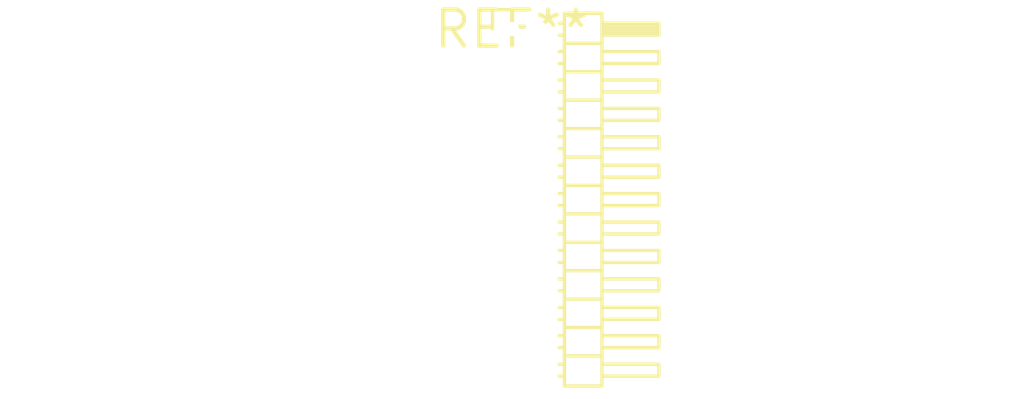
<source format=kicad_pcb>
(kicad_pcb (version 20240108) (generator pcbnew)
  (layers (0 "F.Cu" signal) (31 "B.Cu" signal) (34 "B.Paste" user) (35 "F.Paste" user) (36 "B.SilkS" user "B.Silkscreen") (37 "F.SilkS" user "F.Silkscreen") (38 "B.Mask" user) (39 "F.Mask" user) (44 "Edge.Cuts" user))
  (net 0 "")
  (footprint "PinHeader_2x13_P1.00mm_Horizontal" (layer "F.Cu") (at 0 0)
    (property "Reference" "REF**")
    (property "Value" "PinHeader_2x13_P1.00mm_Horizontal")
    (fp_line (start -0.685 -0.685) (end 0 -0.685) (layer "F.SilkS") (stroke (width 0.12)))
    (fp_line (start -0.685 0) (end -0.685 -0.685) (layer "F.SilkS") (stroke (width 0.12)))
    (fp_line (start 1.652016 -0.21) (end 1.84 -0.21) (layer "F.SilkS") (stroke (width 0.12)))
    (fp_line (start 1.652016 0.21) (end 1.84 0.21) (layer "F.SilkS") (stroke (width 0.12)))
    (fp_line (start 1.652016 0.79) (end 1.84 0.79) (layer "F.SilkS") (stroke (width 0.12)))
    (fp_line (start 1.652016 1.21) (end 1.84 1.21) (layer "F.SilkS") (stroke (width 0.12)))
    (fp_line (start 1.652016 1.79) (end 1.84 1.79) (layer "F.SilkS") (stroke (width 0.12)))
    (fp_line (start 1.652016 2.21) (end 1.84 2.21) (layer "F.SilkS") (stroke (width 0.12)))
    (fp_line (start 1.652016 2.79) (end 1.84 2.79) (layer "F.SilkS") (stroke (width 0.12)))
    (fp_line (start 1.652016 3.21) (end 1.84 3.21) (layer "F.SilkS") (stroke (width 0.12)))
    (fp_line (start 1.652016 3.79) (end 1.84 3.79) (layer "F.SilkS") (stroke (width 0.12)))
    (fp_line (start 1.652016 4.21) (end 1.84 4.21) (layer "F.SilkS") (stroke (width 0.12)))
    (fp_line (start 1.652016 4.79) (end 1.84 4.79) (layer "F.SilkS") (stroke (width 0.12)))
    (fp_line (start 1.652016 5.21) (end 1.84 5.21) (layer "F.SilkS") (stroke (width 0.12)))
    (fp_line (start 1.652016 5.79) (end 1.84 5.79) (layer "F.SilkS") (stroke (width 0.12)))
    (fp_line (start 1.652016 6.21) (end 1.84 6.21) (layer "F.SilkS") (stroke (width 0.12)))
    (fp_line (start 1.652016 6.79) (end 1.84 6.79) (layer "F.SilkS") (stroke (width 0.12)))
    (fp_line (start 1.652016 7.21) (end 1.84 7.21) (layer "F.SilkS") (stroke (width 0.12)))
    (fp_line (start 1.652016 7.79) (end 1.84 7.79) (layer "F.SilkS") (stroke (width 0.12)))
    (fp_line (start 1.652016 8.21) (end 1.84 8.21) (layer "F.SilkS") (stroke (width 0.12)))
    (fp_line (start 1.652016 8.79) (end 1.84 8.79) (layer "F.SilkS") (stroke (width 0.12)))
    (fp_line (start 1.652016 9.21) (end 1.84 9.21) (layer "F.SilkS") (stroke (width 0.12)))
    (fp_line (start 1.652016 9.79) (end 1.84 9.79) (layer "F.SilkS") (stroke (width 0.12)))
    (fp_line (start 1.652016 10.21) (end 1.84 10.21) (layer "F.SilkS") (stroke (width 0.12)))
    (fp_line (start 1.652016 10.79) (end 1.84 10.79) (layer "F.SilkS") (stroke (width 0.12)))
    (fp_line (start 1.652016 11.21) (end 1.84 11.21) (layer "F.SilkS") (stroke (width 0.12)))
    (fp_line (start 1.652016 11.79) (end 1.84 11.79) (layer "F.SilkS") (stroke (width 0.12)))
    (fp_line (start 1.652016 12.21) (end 1.84 12.21) (layer "F.SilkS") (stroke (width 0.12)))
    (fp_line (start 1.84 -0.56) (end 1.84 12.56) (layer "F.SilkS") (stroke (width 0.12)))
    (fp_line (start 1.84 0.5) (end 3.16 0.5) (layer "F.SilkS") (stroke (width 0.12)))
    (fp_line (start 1.84 1.5) (end 3.16 1.5) (layer "F.SilkS") (stroke (width 0.12)))
    (fp_line (start 1.84 2.5) (end 3.16 2.5) (layer "F.SilkS") (stroke (width 0.12)))
    (fp_line (start 1.84 3.5) (end 3.16 3.5) (layer "F.SilkS") (stroke (width 0.12)))
    (fp_line (start 1.84 4.5) (end 3.16 4.5) (layer "F.SilkS") (stroke (width 0.12)))
    (fp_line (start 1.84 5.5) (end 3.16 5.5) (layer "F.SilkS") (stroke (width 0.12)))
    (fp_line (start 1.84 6.5) (end 3.16 6.5) (layer "F.SilkS") (stroke (width 0.12)))
    (fp_line (start 1.84 7.5) (end 3.16 7.5) (layer "F.SilkS") (stroke (width 0.12)))
    (fp_line (start 1.84 8.5) (end 3.16 8.5) (layer "F.SilkS") (stroke (width 0.12)))
    (fp_line (start 1.84 9.5) (end 3.16 9.5) (layer "F.SilkS") (stroke (width 0.12)))
    (fp_line (start 1.84 10.5) (end 3.16 10.5) (layer "F.SilkS") (stroke (width 0.12)))
    (fp_line (start 1.84 11.5) (end 3.16 11.5) (layer "F.SilkS") (stroke (width 0.12)))
    (fp_line (start 1.84 12.56) (end 3.16 12.56) (layer "F.SilkS") (stroke (width 0.12)))
    (fp_line (start 3.16 -0.56) (end 1.84 -0.56) (layer "F.SilkS") (stroke (width 0.12)))
    (fp_line (start 3.16 -0.21) (end 5.16 -0.21) (layer "F.SilkS") (stroke (width 0.12)))
    (fp_line (start 3.16 -0.15) (end 5.16 -0.15) (layer "F.SilkS") (stroke (width 0.12)))
    (fp_line (start 3.16 -0.03) (end 5.16 -0.03) (layer "F.SilkS") (stroke (width 0.12)))
    (fp_line (start 3.16 0.09) (end 5.16 0.09) (layer "F.SilkS") (stroke (width 0.12)))
    (fp_line (start 3.16 0.79) (end 5.16 0.79) (layer "F.SilkS") (stroke (width 0.12)))
    (fp_line (start 3.16 1.79) (end 5.16 1.79) (layer "F.SilkS") (stroke (width 0.12)))
    (fp_line (start 3.16 2.79) (end 5.16 2.79) (layer "F.SilkS") (stroke (width 0.12)))
    (fp_line (start 3.16 3.79) (end 5.16 3.79) (layer "F.SilkS") (stroke (width 0.12)))
    (fp_line (start 3.16 4.79) (end 5.16 4.79) (layer "F.SilkS") (stroke (width 0.12)))
    (fp_line (start 3.16 5.79) (end 5.16 5.79) (layer "F.SilkS") (stroke (width 0.12)))
    (fp_line (start 3.16 6.79) (end 5.16 6.79) (layer "F.SilkS") (stroke (width 0.12)))
    (fp_line (start 3.16 7.79) (end 5.16 7.79) (layer "F.SilkS") (stroke (width 0.12)))
    (fp_line (start 3.16 8.79) (end 5.16 8.79) (layer "F.SilkS") (stroke (width 0.12)))
    (fp_line (start 3.16 9.79) (end 5.16 9.79) (layer "F.SilkS") (stroke (width 0.12)))
    (fp_line (start 3.16 10.79) (end 5.16 10.79) (layer "F.SilkS") (stroke (width 0.12)))
    (fp_line (start 3.16 11.79) (end 5.16 11.79) (layer "F.SilkS") (stroke (width 0.12)))
    (fp_line (start 3.16 12.56) (end 3.16 -0.56) (layer "F.SilkS") (stroke (width 0.12)))
    (fp_line (start 5.16 -0.21) (end 5.16 0.21) (layer "F.SilkS") (stroke (width 0.12)))
    (fp_line (start 5.16 0.21) (end 3.16 0.21) (layer "F.SilkS") (stroke (width 0.12)))
    (fp_line (start 5.16 0.79) (end 5.16 1.21) (layer "F.SilkS") (stroke (width 0.12)))
    (fp_line (start 5.16 1.21) (end 3.16 1.21) (layer "F.SilkS") (stroke (width 0.12)))
    (fp_line (start 5.16 1.79) (end 5.16 2.21) (layer "F.SilkS") (stroke (width 0.12)))
    (fp_line (start 5.16 2.21) (end 3.16 2.21) (layer "F.SilkS") (stroke (width 0.12)))
    (fp_line (start 5.16 2.79) (end 5.16 3.21) (layer "F.SilkS") (stroke (width 0.12)))
    (fp_line (start 5.16 3.21) (end 3.16 3.21) (layer "F.SilkS") (stroke (width 0.12)))
    (fp_line (start 5.16 3.79) (end 5.16 4.21) (layer "F.SilkS") (stroke (width 0.12)))
    (fp_line (start 5.16 4.21) (end 3.16 4.21) (layer "F.SilkS") (stroke (width 0.12)))
    (fp_line (start 5.16 4.79) (end 5.16 5.21) (layer "F.SilkS") (stroke (width 0.12)))
    (fp_line (start 5.16 5.21) (end 3.16 5.21) (layer "F.SilkS") (stroke (width 0.12)))
    (fp_line (start 5.16 5.79) (end 5.16 6.21) (layer "F.SilkS") (stroke (width 0.12)))
    (fp_line (start 5.16 6.21) (end 3.16 6.21) (layer "F.SilkS") (stroke (width 0.12)))
    (fp_line (start 5.16 6.79) (end 5.16 7.21) (layer "F.SilkS") (stroke (width 0.12)))
    (fp_line (start 5.16 7.21) (end 3.16 7.21) (layer "F.SilkS") (stroke (width 0.12)))
    (fp_line (start 5.16 7.79) (end 5.16 8.21) (layer "F.SilkS") (stroke (width 0.12)))
    (fp_line (start 5.16 8.21) (end 3.16 8.21) (layer "F.SilkS") (stroke (width 0.12)))
    (fp_line (start 5.16 8.79) (end 5.16 9.21) (layer "F.SilkS") (stroke (width 0.12)))
    (fp_line (start 5.16 9.21) (end 3.16 9.21) (layer "F.SilkS") (stroke (width 0.12)))
    (fp_line (start 5.16 9.79) (end 5.16 10.21) (layer "F.SilkS") (stroke (width 0.12)))
    (fp_line (start 5.16 10.21) (end 3.16 10.21) (layer "F.SilkS") (stroke (width 0.12)))
    (fp_line (start 5.16 10.79) (end 5.16 11.21) (layer "F.SilkS") (stroke (width 0.12)))
    (fp_line (start 5.16 11.21) (end 3.16 11.21) (layer "F.SilkS") (stroke (width 0.12)))
    (fp_line (start 5.16 11.79) (end 5.16 12.21) (layer "F.SilkS") (stroke (width 0.12)))
    (fp_line (start 5.16 12.21) (end 3.16 12.21) (layer "F.SilkS") (stroke (width 0.12)))
    (pad "1" thru_hole rect (at 0 0) (size 0.85 0.85) (drill 0.5) (layers *.Cu *.Mask) (remove_unused_layers))
    (pad "2" thru_hole oval (at 1 0) (size 0.85 0.85) (drill 0.5) (layers *.Cu *.Mask) (remove_unused_layers))
    (pad "3" thru_hole oval (at 0 1) (size 0.85 0.85) (drill 0.5) (layers *.Cu *.Mask) (remove_unused_layers))
    (pad "4" thru_hole oval (at 1 1) (size 0.85 0.85) (drill 0.5) (layers *.Cu *.Mask) (remove_unused_layers))
    (pad "5" thru_hole oval (at 0 2) (size 0.85 0.85) (drill 0.5) (layers *.Cu *.Mask) (remove_unused_layers))
    (pad "6" thru_hole oval (at 1 2) (size 0.85 0.85) (drill 0.5) (layers *.Cu *.Mask) (remove_unused_layers))
    (pad "7" thru_hole oval (at 0 3) (size 0.85 0.85) (drill 0.5) (layers *.Cu *.Mask) (remove_unused_layers))
    (pad "8" thru_hole oval (at 1 3) (size 0.85 0.85) (drill 0.5) (layers *.Cu *.Mask) (remove_unused_layers))
    (pad "9" thru_hole oval (at 0 4) (size 0.85 0.85) (drill 0.5) (layers *.Cu *.Mask) (remove_unused_layers))
    (pad "10" thru_hole oval (at 1 4) (size 0.85 0.85) (drill 0.5) (layers *.Cu *.Mask) (remove_unused_layers))
    (pad "11" thru_hole oval (at 0 5) (size 0.85 0.85) (drill 0.5) (layers *.Cu *.Mask) (remove_unused_layers))
    (pad "12" thru_hole oval (at 1 5) (size 0.85 0.85) (drill 0.5) (layers *.Cu *.Mask) (remove_unused_layers))
    (pad "13" thru_hole oval (at 0 6) (size 0.85 0.85) (drill 0.5) (layers *.Cu *.Mask) (remove_unused_layers))
    (pad "14" thru_hole oval (at 1 6) (size 0.85 0.85) (drill 0.5) (layers *.Cu *.Mask) (remove_unused_layers))
    (pad "15" thru_hole oval (at 0 7) (size 0.85 0.85) (drill 0.5) (layers *.Cu *.Mask) (remove_unused_layers))
    (pad "16" thru_hole oval (at 1 7) (size 0.85 0.85) (drill 0.5) (layers *.Cu *.Mask) (remove_unused_layers))
    (pad "17" thru_hole oval (at 0 8) (size 0.85 0.85) (drill 0.5) (layers *.Cu *.Mask) (remove_unused_layers))
    (pad "18" thru_hole oval (at 1 8) (size 0.85 0.85) (drill 0.5) (layers *.Cu *.Mask) (remove_unused_layers))
    (pad "19" thru_hole oval (at 0 9) (size 0.85 0.85) (drill 0.5) (layers *.Cu *.Mask) (remove_unused_layers))
    (pad "20" thru_hole oval (at 1 9) (size 0.85 0.85) (drill 0.5) (layers *.Cu *.Mask) (remove_unused_layers))
    (pad "21" thru_hole oval (at 0 10) (size 0.85 0.85) (drill 0.5) (layers *.Cu *.Mask) (remove_unused_layers))
    (pad "22" thru_hole oval (at 1 10) (size 0.85 0.85) (drill 0.5) (layers *.Cu *.Mask) (remove_unused_layers))
    (pad "23" thru_hole oval (at 0 11) (size 0.85 0.85) (drill 0.5) (layers *.Cu *.Mask) (remove_unused_layers))
    (pad "24" thru_hole oval (at 1 11) (size 0.85 0.85) (drill 0.5) (layers *.Cu *.Mask) (remove_unused_layers))
    (pad "25" thru_hole oval (at 0 12) (size 0.85 0.85) (drill 0.5) (layers *.Cu *.Mask) (remove_unused_layers))
    (pad "26" thru_hole oval (at 1 12) (size 0.85 0.85) (drill 0.5) (layers *.Cu *.Mask) (remove_unused_layers))
  )
)
</source>
